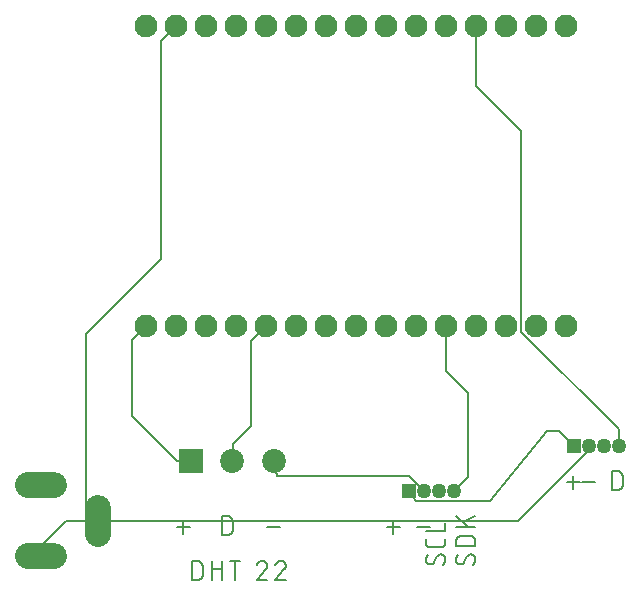
<source format=gbr>
G04 EAGLE Gerber RS-274X export*
G75*
%MOMM*%
%FSLAX34Y34*%
%LPD*%
%INTop Copper*%
%IPPOS*%
%AMOC8*
5,1,8,0,0,1.08239X$1,22.5*%
G01*
%ADD10C,0.152400*%
%ADD11C,1.930400*%
%ADD12C,2.184400*%
%ADD13R,2.025000X2.025000*%
%ADD14C,2.025000*%
%ADD15R,1.268000X1.268000*%
%ADD16C,1.268000*%


D10*
X203962Y26162D02*
X203962Y42418D01*
X208478Y42418D01*
X208609Y42416D01*
X208741Y42410D01*
X208872Y42401D01*
X209002Y42387D01*
X209133Y42370D01*
X209262Y42349D01*
X209391Y42325D01*
X209519Y42296D01*
X209647Y42264D01*
X209773Y42228D01*
X209898Y42189D01*
X210023Y42146D01*
X210145Y42099D01*
X210267Y42049D01*
X210387Y41995D01*
X210505Y41938D01*
X210621Y41877D01*
X210736Y41813D01*
X210849Y41746D01*
X210960Y41675D01*
X211068Y41601D01*
X211175Y41524D01*
X211279Y41444D01*
X211381Y41361D01*
X211480Y41276D01*
X211577Y41187D01*
X211671Y41095D01*
X211763Y41001D01*
X211852Y40904D01*
X211937Y40805D01*
X212020Y40703D01*
X212100Y40599D01*
X212177Y40492D01*
X212251Y40384D01*
X212322Y40273D01*
X212389Y40160D01*
X212453Y40045D01*
X212514Y39929D01*
X212571Y39811D01*
X212625Y39691D01*
X212675Y39569D01*
X212722Y39447D01*
X212765Y39322D01*
X212804Y39197D01*
X212840Y39071D01*
X212872Y38943D01*
X212901Y38815D01*
X212925Y38686D01*
X212946Y38557D01*
X212963Y38426D01*
X212977Y38296D01*
X212986Y38165D01*
X212992Y38033D01*
X212994Y37902D01*
X212993Y37902D02*
X212993Y30678D01*
X212994Y30678D02*
X212992Y30547D01*
X212986Y30415D01*
X212977Y30284D01*
X212963Y30154D01*
X212946Y30023D01*
X212925Y29894D01*
X212901Y29765D01*
X212872Y29637D01*
X212840Y29509D01*
X212804Y29383D01*
X212765Y29258D01*
X212722Y29133D01*
X212675Y29011D01*
X212625Y28889D01*
X212571Y28769D01*
X212514Y28651D01*
X212453Y28535D01*
X212389Y28420D01*
X212322Y28307D01*
X212251Y28196D01*
X212177Y28088D01*
X212100Y27981D01*
X212020Y27877D01*
X211937Y27775D01*
X211852Y27676D01*
X211763Y27579D01*
X211671Y27485D01*
X211577Y27393D01*
X211480Y27304D01*
X211381Y27219D01*
X211279Y27136D01*
X211175Y27056D01*
X211068Y26979D01*
X210960Y26905D01*
X210849Y26834D01*
X210736Y26767D01*
X210621Y26703D01*
X210505Y26642D01*
X210387Y26585D01*
X210267Y26531D01*
X210145Y26481D01*
X210023Y26434D01*
X209898Y26391D01*
X209773Y26352D01*
X209647Y26316D01*
X209519Y26284D01*
X209391Y26255D01*
X209262Y26231D01*
X209132Y26210D01*
X209002Y26193D01*
X208872Y26179D01*
X208741Y26170D01*
X208609Y26164D01*
X208478Y26162D01*
X203962Y26162D01*
X220635Y26162D02*
X220635Y42418D01*
X220635Y35193D02*
X229666Y35193D01*
X229666Y42418D02*
X229666Y26162D01*
X240261Y26162D02*
X240261Y42418D01*
X235746Y42418D02*
X244777Y42418D01*
X263638Y42418D02*
X263763Y42416D01*
X263888Y42410D01*
X264013Y42401D01*
X264137Y42387D01*
X264261Y42370D01*
X264385Y42349D01*
X264507Y42324D01*
X264629Y42295D01*
X264750Y42263D01*
X264870Y42227D01*
X264989Y42187D01*
X265106Y42144D01*
X265222Y42097D01*
X265337Y42046D01*
X265449Y41992D01*
X265561Y41934D01*
X265670Y41874D01*
X265777Y41809D01*
X265883Y41742D01*
X265986Y41671D01*
X266087Y41597D01*
X266186Y41520D01*
X266282Y41440D01*
X266376Y41357D01*
X266467Y41272D01*
X266556Y41183D01*
X266641Y41092D01*
X266724Y40998D01*
X266804Y40902D01*
X266881Y40803D01*
X266955Y40702D01*
X267026Y40599D01*
X267093Y40493D01*
X267158Y40386D01*
X267218Y40277D01*
X267276Y40165D01*
X267330Y40053D01*
X267381Y39938D01*
X267428Y39822D01*
X267471Y39705D01*
X267511Y39586D01*
X267547Y39466D01*
X267579Y39345D01*
X267608Y39223D01*
X267633Y39101D01*
X267654Y38977D01*
X267671Y38853D01*
X267685Y38729D01*
X267694Y38604D01*
X267700Y38479D01*
X267702Y38354D01*
X263638Y42418D02*
X263495Y42416D01*
X263353Y42410D01*
X263210Y42400D01*
X263068Y42387D01*
X262927Y42369D01*
X262785Y42348D01*
X262645Y42323D01*
X262505Y42294D01*
X262366Y42261D01*
X262228Y42224D01*
X262091Y42184D01*
X261956Y42140D01*
X261821Y42092D01*
X261688Y42040D01*
X261556Y41985D01*
X261426Y41926D01*
X261298Y41864D01*
X261171Y41798D01*
X261046Y41729D01*
X260923Y41657D01*
X260803Y41581D01*
X260684Y41502D01*
X260567Y41419D01*
X260453Y41334D01*
X260341Y41245D01*
X260232Y41154D01*
X260125Y41059D01*
X260020Y40962D01*
X259919Y40861D01*
X259820Y40758D01*
X259724Y40653D01*
X259631Y40544D01*
X259541Y40433D01*
X259454Y40320D01*
X259370Y40205D01*
X259290Y40087D01*
X259212Y39967D01*
X259138Y39845D01*
X259068Y39721D01*
X259000Y39595D01*
X258937Y39467D01*
X258876Y39338D01*
X258819Y39207D01*
X258766Y39075D01*
X258717Y38941D01*
X258671Y38806D01*
X266347Y35193D02*
X266441Y35285D01*
X266531Y35379D01*
X266619Y35476D01*
X266704Y35576D01*
X266786Y35678D01*
X266865Y35783D01*
X266940Y35890D01*
X267012Y35999D01*
X267081Y36110D01*
X267147Y36224D01*
X267209Y36339D01*
X267268Y36456D01*
X267323Y36575D01*
X267374Y36695D01*
X267422Y36817D01*
X267467Y36940D01*
X267507Y37064D01*
X267544Y37190D01*
X267577Y37317D01*
X267606Y37444D01*
X267632Y37573D01*
X267653Y37702D01*
X267671Y37832D01*
X267684Y37962D01*
X267694Y38092D01*
X267700Y38223D01*
X267702Y38354D01*
X266348Y35193D02*
X258671Y26162D01*
X267702Y26162D01*
X283334Y38354D02*
X283332Y38479D01*
X283326Y38604D01*
X283317Y38729D01*
X283303Y38853D01*
X283286Y38977D01*
X283265Y39101D01*
X283240Y39223D01*
X283211Y39345D01*
X283179Y39466D01*
X283143Y39586D01*
X283103Y39705D01*
X283060Y39822D01*
X283013Y39938D01*
X282962Y40053D01*
X282908Y40165D01*
X282850Y40277D01*
X282790Y40386D01*
X282725Y40493D01*
X282658Y40599D01*
X282587Y40702D01*
X282513Y40803D01*
X282436Y40902D01*
X282356Y40998D01*
X282273Y41092D01*
X282188Y41183D01*
X282099Y41272D01*
X282008Y41357D01*
X281914Y41440D01*
X281818Y41520D01*
X281719Y41597D01*
X281618Y41671D01*
X281515Y41742D01*
X281409Y41809D01*
X281302Y41874D01*
X281193Y41934D01*
X281081Y41992D01*
X280969Y42046D01*
X280854Y42097D01*
X280738Y42144D01*
X280621Y42187D01*
X280502Y42227D01*
X280382Y42263D01*
X280261Y42295D01*
X280139Y42324D01*
X280017Y42349D01*
X279893Y42370D01*
X279769Y42387D01*
X279645Y42401D01*
X279520Y42410D01*
X279395Y42416D01*
X279270Y42418D01*
X279127Y42416D01*
X278985Y42410D01*
X278842Y42400D01*
X278700Y42387D01*
X278559Y42369D01*
X278417Y42348D01*
X278277Y42323D01*
X278137Y42294D01*
X277998Y42261D01*
X277860Y42224D01*
X277723Y42184D01*
X277588Y42140D01*
X277453Y42092D01*
X277320Y42040D01*
X277188Y41985D01*
X277058Y41926D01*
X276930Y41864D01*
X276803Y41798D01*
X276678Y41729D01*
X276555Y41657D01*
X276435Y41581D01*
X276316Y41502D01*
X276199Y41419D01*
X276085Y41334D01*
X275973Y41245D01*
X275864Y41154D01*
X275757Y41059D01*
X275652Y40962D01*
X275551Y40861D01*
X275452Y40758D01*
X275356Y40653D01*
X275263Y40544D01*
X275173Y40433D01*
X275086Y40320D01*
X275002Y40205D01*
X274922Y40087D01*
X274844Y39967D01*
X274770Y39845D01*
X274700Y39721D01*
X274632Y39595D01*
X274569Y39467D01*
X274508Y39338D01*
X274451Y39207D01*
X274398Y39075D01*
X274349Y38941D01*
X274303Y38806D01*
X281979Y35193D02*
X282073Y35285D01*
X282163Y35379D01*
X282251Y35476D01*
X282336Y35576D01*
X282418Y35678D01*
X282497Y35783D01*
X282572Y35890D01*
X282644Y35999D01*
X282713Y36110D01*
X282779Y36224D01*
X282841Y36339D01*
X282900Y36456D01*
X282955Y36575D01*
X283006Y36695D01*
X283054Y36817D01*
X283099Y36940D01*
X283139Y37064D01*
X283176Y37190D01*
X283209Y37317D01*
X283238Y37444D01*
X283264Y37573D01*
X283285Y37702D01*
X283303Y37832D01*
X283316Y37962D01*
X283326Y38092D01*
X283332Y38223D01*
X283334Y38354D01*
X281979Y35193D02*
X274303Y26162D01*
X283334Y26162D01*
X202099Y70584D02*
X191262Y70584D01*
X196681Y76002D02*
X196681Y65165D01*
X229362Y64262D02*
X229362Y80518D01*
X233878Y80518D01*
X234009Y80516D01*
X234141Y80510D01*
X234272Y80501D01*
X234402Y80487D01*
X234533Y80470D01*
X234662Y80449D01*
X234791Y80425D01*
X234919Y80396D01*
X235047Y80364D01*
X235173Y80328D01*
X235298Y80289D01*
X235423Y80246D01*
X235545Y80199D01*
X235667Y80149D01*
X235787Y80095D01*
X235905Y80038D01*
X236021Y79977D01*
X236136Y79913D01*
X236249Y79846D01*
X236360Y79775D01*
X236468Y79701D01*
X236575Y79624D01*
X236679Y79544D01*
X236781Y79461D01*
X236880Y79376D01*
X236977Y79287D01*
X237071Y79195D01*
X237163Y79101D01*
X237252Y79004D01*
X237337Y78905D01*
X237420Y78803D01*
X237500Y78699D01*
X237577Y78592D01*
X237651Y78484D01*
X237722Y78373D01*
X237789Y78260D01*
X237853Y78145D01*
X237914Y78029D01*
X237971Y77911D01*
X238025Y77791D01*
X238075Y77669D01*
X238122Y77547D01*
X238165Y77422D01*
X238204Y77297D01*
X238240Y77171D01*
X238272Y77043D01*
X238301Y76915D01*
X238325Y76786D01*
X238346Y76657D01*
X238363Y76526D01*
X238377Y76396D01*
X238386Y76265D01*
X238392Y76133D01*
X238394Y76002D01*
X238393Y76002D02*
X238393Y68778D01*
X238394Y68778D02*
X238392Y68647D01*
X238386Y68515D01*
X238377Y68384D01*
X238363Y68254D01*
X238346Y68123D01*
X238325Y67994D01*
X238301Y67865D01*
X238272Y67737D01*
X238240Y67609D01*
X238204Y67483D01*
X238165Y67358D01*
X238122Y67233D01*
X238075Y67111D01*
X238025Y66989D01*
X237971Y66869D01*
X237914Y66751D01*
X237853Y66635D01*
X237789Y66520D01*
X237722Y66407D01*
X237651Y66296D01*
X237577Y66188D01*
X237500Y66081D01*
X237420Y65977D01*
X237337Y65875D01*
X237252Y65776D01*
X237163Y65679D01*
X237071Y65585D01*
X236977Y65493D01*
X236880Y65404D01*
X236781Y65319D01*
X236679Y65236D01*
X236575Y65156D01*
X236468Y65079D01*
X236360Y65005D01*
X236249Y64934D01*
X236136Y64867D01*
X236021Y64803D01*
X235905Y64742D01*
X235787Y64685D01*
X235667Y64631D01*
X235545Y64581D01*
X235423Y64534D01*
X235298Y64491D01*
X235173Y64452D01*
X235047Y64416D01*
X234919Y64384D01*
X234791Y64355D01*
X234662Y64331D01*
X234532Y64310D01*
X234402Y64293D01*
X234272Y64279D01*
X234141Y64270D01*
X234009Y64264D01*
X233878Y64262D01*
X229362Y64262D01*
X267462Y70584D02*
X278299Y70584D01*
X369062Y70584D02*
X379899Y70584D01*
X374481Y65165D02*
X374481Y76002D01*
X394462Y70584D02*
X405299Y70584D01*
X414726Y47893D02*
X414844Y47891D01*
X414962Y47885D01*
X415080Y47876D01*
X415197Y47862D01*
X415314Y47845D01*
X415431Y47824D01*
X415546Y47799D01*
X415661Y47770D01*
X415775Y47737D01*
X415887Y47701D01*
X415998Y47661D01*
X416108Y47618D01*
X416217Y47571D01*
X416324Y47521D01*
X416429Y47466D01*
X416532Y47409D01*
X416633Y47348D01*
X416733Y47284D01*
X416830Y47217D01*
X416925Y47147D01*
X417017Y47073D01*
X417108Y46997D01*
X417195Y46917D01*
X417280Y46835D01*
X417362Y46750D01*
X417442Y46663D01*
X417518Y46572D01*
X417592Y46480D01*
X417662Y46385D01*
X417729Y46288D01*
X417793Y46188D01*
X417854Y46087D01*
X417911Y45984D01*
X417966Y45879D01*
X418016Y45772D01*
X418063Y45663D01*
X418106Y45553D01*
X418146Y45442D01*
X418182Y45330D01*
X418215Y45216D01*
X418244Y45101D01*
X418269Y44986D01*
X418290Y44869D01*
X418307Y44752D01*
X418321Y44635D01*
X418330Y44517D01*
X418336Y44399D01*
X418338Y44281D01*
X418336Y44098D01*
X418329Y43916D01*
X418318Y43734D01*
X418303Y43552D01*
X418283Y43370D01*
X418260Y43189D01*
X418231Y43009D01*
X418199Y42829D01*
X418162Y42650D01*
X418121Y42473D01*
X418075Y42296D01*
X418026Y42120D01*
X417972Y41946D01*
X417914Y41772D01*
X417852Y41601D01*
X417786Y41431D01*
X417715Y41262D01*
X417641Y41095D01*
X417563Y40930D01*
X417481Y40767D01*
X417395Y40606D01*
X417305Y40447D01*
X417211Y40290D01*
X417114Y40136D01*
X417013Y39984D01*
X416908Y39834D01*
X416800Y39687D01*
X416689Y39543D01*
X416574Y39401D01*
X416455Y39262D01*
X416333Y39126D01*
X416208Y38993D01*
X416080Y38863D01*
X405694Y39314D02*
X405576Y39316D01*
X405458Y39322D01*
X405340Y39331D01*
X405223Y39345D01*
X405106Y39362D01*
X404989Y39383D01*
X404874Y39408D01*
X404759Y39437D01*
X404645Y39470D01*
X404533Y39506D01*
X404422Y39546D01*
X404312Y39589D01*
X404203Y39636D01*
X404096Y39686D01*
X403991Y39741D01*
X403888Y39798D01*
X403787Y39859D01*
X403687Y39923D01*
X403590Y39990D01*
X403495Y40060D01*
X403403Y40134D01*
X403312Y40210D01*
X403225Y40290D01*
X403140Y40372D01*
X403058Y40457D01*
X402978Y40544D01*
X402902Y40635D01*
X402828Y40727D01*
X402758Y40822D01*
X402691Y40919D01*
X402627Y41019D01*
X402566Y41120D01*
X402509Y41223D01*
X402454Y41328D01*
X402404Y41435D01*
X402357Y41544D01*
X402314Y41654D01*
X402274Y41765D01*
X402238Y41877D01*
X402205Y41991D01*
X402176Y42106D01*
X402151Y42221D01*
X402130Y42338D01*
X402113Y42455D01*
X402099Y42572D01*
X402090Y42690D01*
X402084Y42808D01*
X402082Y42926D01*
X402084Y43087D01*
X402090Y43249D01*
X402099Y43410D01*
X402113Y43571D01*
X402130Y43731D01*
X402151Y43891D01*
X402176Y44051D01*
X402205Y44210D01*
X402237Y44368D01*
X402273Y44525D01*
X402313Y44681D01*
X402357Y44837D01*
X402405Y44991D01*
X402456Y45144D01*
X402510Y45296D01*
X402569Y45447D01*
X402630Y45596D01*
X402696Y45743D01*
X402765Y45889D01*
X402837Y46034D01*
X402913Y46176D01*
X402992Y46317D01*
X403074Y46456D01*
X403160Y46592D01*
X403249Y46727D01*
X403341Y46860D01*
X403437Y46990D01*
X408855Y41119D02*
X408793Y41018D01*
X408728Y40918D01*
X408659Y40821D01*
X408587Y40726D01*
X408513Y40633D01*
X408435Y40543D01*
X408354Y40455D01*
X408271Y40370D01*
X408185Y40288D01*
X408096Y40209D01*
X408005Y40132D01*
X407911Y40059D01*
X407815Y39988D01*
X407717Y39921D01*
X407617Y39857D01*
X407514Y39796D01*
X407410Y39739D01*
X407304Y39685D01*
X407196Y39635D01*
X407087Y39588D01*
X406976Y39544D01*
X406864Y39504D01*
X406750Y39468D01*
X406636Y39436D01*
X406520Y39407D01*
X406404Y39382D01*
X406287Y39361D01*
X406169Y39344D01*
X406051Y39330D01*
X405932Y39321D01*
X405813Y39315D01*
X405694Y39313D01*
X411565Y46087D02*
X411627Y46188D01*
X411692Y46288D01*
X411761Y46385D01*
X411833Y46480D01*
X411907Y46573D01*
X411985Y46663D01*
X412066Y46751D01*
X412149Y46836D01*
X412235Y46918D01*
X412324Y46997D01*
X412415Y47074D01*
X412509Y47147D01*
X412605Y47218D01*
X412703Y47285D01*
X412803Y47349D01*
X412906Y47410D01*
X413010Y47467D01*
X413116Y47521D01*
X413224Y47571D01*
X413333Y47618D01*
X413444Y47662D01*
X413556Y47702D01*
X413670Y47738D01*
X413784Y47770D01*
X413900Y47799D01*
X414016Y47824D01*
X414133Y47845D01*
X414251Y47862D01*
X414369Y47876D01*
X414488Y47885D01*
X414607Y47891D01*
X414726Y47893D01*
X411565Y46087D02*
X408855Y41120D01*
X418338Y57545D02*
X418338Y61158D01*
X418338Y57545D02*
X418336Y57427D01*
X418330Y57309D01*
X418321Y57191D01*
X418307Y57074D01*
X418290Y56957D01*
X418269Y56840D01*
X418244Y56725D01*
X418215Y56610D01*
X418182Y56496D01*
X418146Y56384D01*
X418106Y56273D01*
X418063Y56163D01*
X418016Y56054D01*
X417966Y55947D01*
X417911Y55842D01*
X417854Y55739D01*
X417793Y55638D01*
X417729Y55538D01*
X417662Y55441D01*
X417592Y55346D01*
X417518Y55254D01*
X417442Y55163D01*
X417362Y55076D01*
X417280Y54991D01*
X417195Y54909D01*
X417108Y54829D01*
X417017Y54753D01*
X416925Y54679D01*
X416830Y54609D01*
X416733Y54542D01*
X416633Y54478D01*
X416532Y54417D01*
X416429Y54360D01*
X416324Y54305D01*
X416217Y54255D01*
X416108Y54208D01*
X415998Y54165D01*
X415887Y54125D01*
X415775Y54089D01*
X415661Y54056D01*
X415546Y54027D01*
X415431Y54002D01*
X415314Y53981D01*
X415197Y53964D01*
X415080Y53950D01*
X414962Y53941D01*
X414844Y53935D01*
X414726Y53933D01*
X405694Y53933D01*
X405694Y53932D02*
X405576Y53934D01*
X405458Y53940D01*
X405340Y53949D01*
X405222Y53963D01*
X405105Y53980D01*
X404989Y54001D01*
X404874Y54026D01*
X404759Y54055D01*
X404645Y54088D01*
X404533Y54124D01*
X404421Y54164D01*
X404311Y54207D01*
X404203Y54254D01*
X404096Y54305D01*
X403991Y54359D01*
X403888Y54416D01*
X403786Y54477D01*
X403687Y54541D01*
X403590Y54608D01*
X403495Y54679D01*
X403402Y54752D01*
X403312Y54829D01*
X403224Y54908D01*
X403139Y54990D01*
X403057Y55075D01*
X402978Y55163D01*
X402901Y55253D01*
X402828Y55346D01*
X402757Y55440D01*
X402690Y55538D01*
X402626Y55637D01*
X402565Y55738D01*
X402508Y55842D01*
X402454Y55947D01*
X402403Y56054D01*
X402356Y56162D01*
X402313Y56272D01*
X402273Y56384D01*
X402237Y56496D01*
X402204Y56610D01*
X402175Y56725D01*
X402150Y56840D01*
X402129Y56956D01*
X402112Y57073D01*
X402098Y57191D01*
X402089Y57309D01*
X402083Y57427D01*
X402081Y57545D01*
X402082Y57545D02*
X402082Y61158D01*
X402082Y67549D02*
X418338Y67549D01*
X418338Y74774D01*
X440126Y47893D02*
X440244Y47891D01*
X440362Y47885D01*
X440480Y47876D01*
X440597Y47862D01*
X440714Y47845D01*
X440831Y47824D01*
X440946Y47799D01*
X441061Y47770D01*
X441175Y47737D01*
X441287Y47701D01*
X441398Y47661D01*
X441508Y47618D01*
X441617Y47571D01*
X441724Y47521D01*
X441829Y47466D01*
X441932Y47409D01*
X442033Y47348D01*
X442133Y47284D01*
X442230Y47217D01*
X442325Y47147D01*
X442417Y47073D01*
X442508Y46997D01*
X442595Y46917D01*
X442680Y46835D01*
X442762Y46750D01*
X442842Y46663D01*
X442918Y46572D01*
X442992Y46480D01*
X443062Y46385D01*
X443129Y46288D01*
X443193Y46188D01*
X443254Y46087D01*
X443311Y45984D01*
X443366Y45879D01*
X443416Y45772D01*
X443463Y45663D01*
X443506Y45553D01*
X443546Y45442D01*
X443582Y45330D01*
X443615Y45216D01*
X443644Y45101D01*
X443669Y44986D01*
X443690Y44869D01*
X443707Y44752D01*
X443721Y44635D01*
X443730Y44517D01*
X443736Y44399D01*
X443738Y44281D01*
X443736Y44098D01*
X443729Y43916D01*
X443718Y43734D01*
X443703Y43552D01*
X443683Y43370D01*
X443660Y43189D01*
X443631Y43009D01*
X443599Y42829D01*
X443562Y42650D01*
X443521Y42473D01*
X443475Y42296D01*
X443426Y42120D01*
X443372Y41946D01*
X443314Y41772D01*
X443252Y41601D01*
X443186Y41431D01*
X443115Y41262D01*
X443041Y41095D01*
X442963Y40930D01*
X442881Y40767D01*
X442795Y40606D01*
X442705Y40447D01*
X442611Y40290D01*
X442514Y40136D01*
X442413Y39984D01*
X442308Y39834D01*
X442200Y39687D01*
X442089Y39543D01*
X441974Y39401D01*
X441855Y39262D01*
X441733Y39126D01*
X441608Y38993D01*
X441480Y38863D01*
X431094Y39314D02*
X430976Y39316D01*
X430858Y39322D01*
X430740Y39331D01*
X430623Y39345D01*
X430506Y39362D01*
X430389Y39383D01*
X430274Y39408D01*
X430159Y39437D01*
X430045Y39470D01*
X429933Y39506D01*
X429822Y39546D01*
X429712Y39589D01*
X429603Y39636D01*
X429496Y39686D01*
X429391Y39741D01*
X429288Y39798D01*
X429187Y39859D01*
X429087Y39923D01*
X428990Y39990D01*
X428895Y40060D01*
X428803Y40134D01*
X428712Y40210D01*
X428625Y40290D01*
X428540Y40372D01*
X428458Y40457D01*
X428378Y40544D01*
X428302Y40635D01*
X428228Y40727D01*
X428158Y40822D01*
X428091Y40919D01*
X428027Y41019D01*
X427966Y41120D01*
X427909Y41223D01*
X427854Y41328D01*
X427804Y41435D01*
X427757Y41544D01*
X427714Y41654D01*
X427674Y41765D01*
X427638Y41877D01*
X427605Y41991D01*
X427576Y42106D01*
X427551Y42221D01*
X427530Y42338D01*
X427513Y42455D01*
X427499Y42572D01*
X427490Y42690D01*
X427484Y42808D01*
X427482Y42926D01*
X427484Y43087D01*
X427490Y43249D01*
X427499Y43410D01*
X427513Y43571D01*
X427530Y43731D01*
X427551Y43891D01*
X427576Y44051D01*
X427605Y44210D01*
X427637Y44368D01*
X427673Y44525D01*
X427713Y44681D01*
X427757Y44837D01*
X427805Y44991D01*
X427856Y45144D01*
X427910Y45296D01*
X427969Y45447D01*
X428030Y45596D01*
X428096Y45743D01*
X428165Y45889D01*
X428237Y46034D01*
X428313Y46176D01*
X428392Y46317D01*
X428474Y46456D01*
X428560Y46592D01*
X428649Y46727D01*
X428741Y46860D01*
X428837Y46990D01*
X434255Y41119D02*
X434193Y41018D01*
X434128Y40918D01*
X434059Y40821D01*
X433987Y40726D01*
X433913Y40633D01*
X433835Y40543D01*
X433754Y40455D01*
X433671Y40370D01*
X433585Y40288D01*
X433496Y40209D01*
X433405Y40132D01*
X433311Y40059D01*
X433215Y39988D01*
X433117Y39921D01*
X433017Y39857D01*
X432914Y39796D01*
X432810Y39739D01*
X432704Y39685D01*
X432596Y39635D01*
X432487Y39588D01*
X432376Y39544D01*
X432264Y39504D01*
X432150Y39468D01*
X432036Y39436D01*
X431920Y39407D01*
X431804Y39382D01*
X431687Y39361D01*
X431569Y39344D01*
X431451Y39330D01*
X431332Y39321D01*
X431213Y39315D01*
X431094Y39313D01*
X436965Y46087D02*
X437027Y46188D01*
X437092Y46288D01*
X437161Y46385D01*
X437233Y46480D01*
X437307Y46573D01*
X437385Y46663D01*
X437466Y46751D01*
X437549Y46836D01*
X437635Y46918D01*
X437724Y46997D01*
X437815Y47074D01*
X437909Y47147D01*
X438005Y47218D01*
X438103Y47285D01*
X438203Y47349D01*
X438306Y47410D01*
X438410Y47467D01*
X438516Y47521D01*
X438624Y47571D01*
X438733Y47618D01*
X438844Y47662D01*
X438956Y47702D01*
X439070Y47738D01*
X439184Y47770D01*
X439300Y47799D01*
X439416Y47824D01*
X439533Y47845D01*
X439651Y47862D01*
X439769Y47876D01*
X439888Y47885D01*
X440007Y47891D01*
X440126Y47893D01*
X436965Y46087D02*
X434255Y41120D01*
X427482Y54493D02*
X443738Y54493D01*
X427482Y54493D02*
X427482Y59009D01*
X427484Y59140D01*
X427490Y59272D01*
X427499Y59403D01*
X427513Y59533D01*
X427530Y59664D01*
X427551Y59793D01*
X427575Y59922D01*
X427604Y60050D01*
X427636Y60178D01*
X427672Y60304D01*
X427711Y60429D01*
X427754Y60554D01*
X427801Y60676D01*
X427851Y60798D01*
X427905Y60918D01*
X427962Y61036D01*
X428023Y61152D01*
X428087Y61267D01*
X428154Y61380D01*
X428225Y61491D01*
X428299Y61599D01*
X428376Y61706D01*
X428456Y61810D01*
X428539Y61912D01*
X428624Y62011D01*
X428713Y62108D01*
X428805Y62202D01*
X428899Y62294D01*
X428996Y62383D01*
X429095Y62468D01*
X429197Y62551D01*
X429301Y62631D01*
X429408Y62708D01*
X429516Y62782D01*
X429627Y62853D01*
X429740Y62920D01*
X429855Y62984D01*
X429971Y63045D01*
X430089Y63102D01*
X430209Y63156D01*
X430331Y63206D01*
X430453Y63253D01*
X430578Y63296D01*
X430703Y63335D01*
X430829Y63371D01*
X430957Y63403D01*
X431085Y63432D01*
X431214Y63456D01*
X431343Y63477D01*
X431474Y63494D01*
X431604Y63508D01*
X431735Y63517D01*
X431867Y63523D01*
X431998Y63525D01*
X431998Y63524D02*
X439222Y63524D01*
X439222Y63525D02*
X439353Y63523D01*
X439485Y63517D01*
X439616Y63508D01*
X439746Y63494D01*
X439877Y63477D01*
X440006Y63456D01*
X440135Y63432D01*
X440263Y63403D01*
X440391Y63371D01*
X440517Y63335D01*
X440642Y63296D01*
X440767Y63253D01*
X440889Y63206D01*
X441011Y63156D01*
X441131Y63102D01*
X441249Y63045D01*
X441365Y62984D01*
X441480Y62920D01*
X441593Y62853D01*
X441704Y62782D01*
X441812Y62708D01*
X441919Y62631D01*
X442023Y62551D01*
X442125Y62468D01*
X442224Y62383D01*
X442321Y62294D01*
X442415Y62202D01*
X442507Y62108D01*
X442596Y62011D01*
X442681Y61912D01*
X442764Y61810D01*
X442844Y61706D01*
X442921Y61599D01*
X442995Y61491D01*
X443066Y61380D01*
X443133Y61267D01*
X443197Y61152D01*
X443258Y61036D01*
X443315Y60918D01*
X443369Y60798D01*
X443419Y60676D01*
X443466Y60554D01*
X443509Y60429D01*
X443548Y60304D01*
X443584Y60178D01*
X443616Y60050D01*
X443645Y59922D01*
X443669Y59793D01*
X443690Y59663D01*
X443707Y59533D01*
X443721Y59403D01*
X443730Y59272D01*
X443736Y59140D01*
X443738Y59009D01*
X443738Y54493D01*
X443738Y71378D02*
X427482Y71378D01*
X427482Y80409D02*
X437416Y71378D01*
X433804Y74990D02*
X443738Y80409D01*
X521462Y108684D02*
X532299Y108684D01*
X526881Y103265D02*
X526881Y114102D01*
X534162Y108684D02*
X544999Y108684D01*
X559562Y102362D02*
X559562Y118618D01*
X564078Y118618D01*
X564209Y118616D01*
X564341Y118610D01*
X564472Y118601D01*
X564602Y118587D01*
X564733Y118570D01*
X564862Y118549D01*
X564991Y118525D01*
X565119Y118496D01*
X565247Y118464D01*
X565373Y118428D01*
X565498Y118389D01*
X565623Y118346D01*
X565745Y118299D01*
X565867Y118249D01*
X565987Y118195D01*
X566105Y118138D01*
X566221Y118077D01*
X566336Y118013D01*
X566449Y117946D01*
X566560Y117875D01*
X566668Y117801D01*
X566775Y117724D01*
X566879Y117644D01*
X566981Y117561D01*
X567080Y117476D01*
X567177Y117387D01*
X567271Y117295D01*
X567363Y117201D01*
X567452Y117104D01*
X567537Y117005D01*
X567620Y116903D01*
X567700Y116799D01*
X567777Y116692D01*
X567851Y116584D01*
X567922Y116473D01*
X567989Y116360D01*
X568053Y116245D01*
X568114Y116129D01*
X568171Y116011D01*
X568225Y115891D01*
X568275Y115769D01*
X568322Y115647D01*
X568365Y115522D01*
X568404Y115397D01*
X568440Y115271D01*
X568472Y115143D01*
X568501Y115015D01*
X568525Y114886D01*
X568546Y114757D01*
X568563Y114626D01*
X568577Y114496D01*
X568586Y114365D01*
X568592Y114233D01*
X568594Y114102D01*
X568593Y114102D02*
X568593Y106878D01*
X568594Y106878D02*
X568592Y106747D01*
X568586Y106615D01*
X568577Y106484D01*
X568563Y106354D01*
X568546Y106223D01*
X568525Y106094D01*
X568501Y105965D01*
X568472Y105837D01*
X568440Y105709D01*
X568404Y105583D01*
X568365Y105458D01*
X568322Y105333D01*
X568275Y105211D01*
X568225Y105089D01*
X568171Y104969D01*
X568114Y104851D01*
X568053Y104735D01*
X567989Y104620D01*
X567922Y104507D01*
X567851Y104396D01*
X567777Y104288D01*
X567700Y104181D01*
X567620Y104077D01*
X567537Y103975D01*
X567452Y103876D01*
X567363Y103779D01*
X567271Y103685D01*
X567177Y103593D01*
X567080Y103504D01*
X566981Y103419D01*
X566879Y103336D01*
X566775Y103256D01*
X566668Y103179D01*
X566560Y103105D01*
X566449Y103034D01*
X566336Y102967D01*
X566221Y102903D01*
X566105Y102842D01*
X565987Y102785D01*
X565867Y102731D01*
X565745Y102681D01*
X565623Y102634D01*
X565498Y102591D01*
X565373Y102552D01*
X565247Y102516D01*
X565119Y102484D01*
X564991Y102455D01*
X564862Y102431D01*
X564732Y102410D01*
X564602Y102393D01*
X564472Y102379D01*
X564341Y102370D01*
X564209Y102364D01*
X564078Y102362D01*
X559562Y102362D01*
D11*
X165100Y241300D03*
X190500Y241300D03*
X215900Y241300D03*
X241300Y241300D03*
X266700Y241300D03*
X292100Y241300D03*
X317500Y241300D03*
X342900Y241300D03*
X368300Y241300D03*
X393700Y241300D03*
X419100Y241300D03*
X444500Y241300D03*
X469900Y241300D03*
X495300Y241300D03*
X520700Y241300D03*
X165100Y495300D03*
X190500Y495300D03*
X215900Y495300D03*
X241300Y495300D03*
X266700Y495300D03*
X292100Y495300D03*
X317500Y495300D03*
X342900Y495300D03*
X368300Y495300D03*
X393700Y495300D03*
X419100Y495300D03*
X444500Y495300D03*
X469900Y495300D03*
X495300Y495300D03*
X520700Y495300D03*
D12*
X124200Y87122D02*
X124200Y65278D01*
X87122Y46200D02*
X65278Y46200D01*
X65278Y106200D02*
X87122Y106200D01*
D13*
X203200Y127000D03*
D14*
X238200Y127000D03*
X273200Y127000D03*
D15*
X387350Y101600D03*
D16*
X400050Y101600D03*
X412750Y101600D03*
X425450Y101600D03*
D15*
X527050Y139700D03*
D16*
X539750Y139700D03*
X552450Y139700D03*
X565150Y139700D03*
D10*
X456641Y92964D02*
X393827Y92964D01*
X387350Y101600D01*
X456641Y92964D02*
X504190Y152400D01*
X514350Y152400D01*
X527050Y139700D01*
X124200Y76200D02*
X114300Y76200D01*
X124200Y76200D02*
X480060Y76200D01*
X539750Y135890D02*
X539750Y139700D01*
X539750Y135890D02*
X480060Y76200D01*
X177800Y482600D02*
X190500Y495300D01*
X177800Y482600D02*
X177800Y297688D01*
X114300Y234188D01*
X114300Y76200D01*
X97536Y76200D02*
X76200Y54864D01*
X76200Y46200D01*
X97536Y76200D02*
X124200Y76200D01*
X153416Y165100D02*
X153416Y229616D01*
X153416Y165100D02*
X191516Y127000D01*
X153416Y229616D02*
X165100Y241300D01*
X191516Y127000D02*
X203200Y127000D01*
X254000Y228600D02*
X266700Y241300D01*
X254000Y228600D02*
X254000Y156464D01*
X238937Y141401D01*
X238200Y127000D01*
X425450Y101600D02*
X437388Y113538D01*
X437388Y184404D01*
X419100Y202692D01*
X419100Y241300D01*
X482600Y406400D02*
X444500Y444500D01*
X444500Y495300D01*
X482600Y406400D02*
X482600Y236220D01*
X565150Y153670D02*
X565150Y139700D01*
X565150Y153670D02*
X482600Y236220D01*
X387858Y113792D02*
X275904Y113792D01*
X387858Y113792D02*
X400050Y101600D01*
X275904Y113792D02*
X273200Y127000D01*
M02*

</source>
